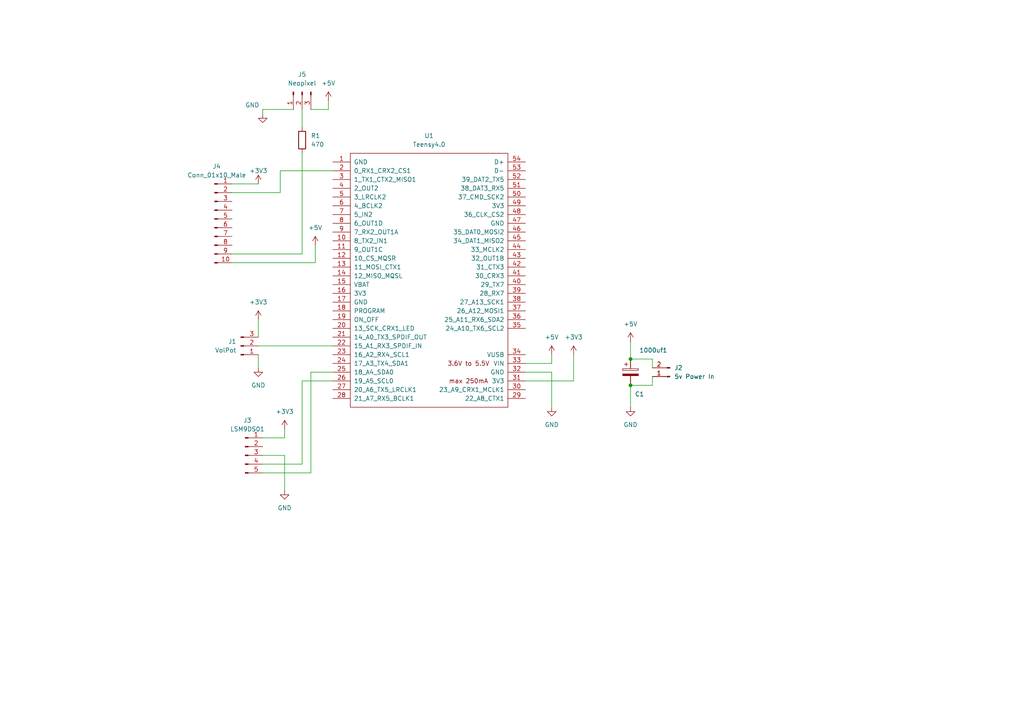
<source format=kicad_sch>
(kicad_sch (version 20211123) (generator eeschema)
  (paper "A4")
  (lib_symbols
    (symbol "Connector:Conn_01x02_Male" (pin_names (offset 1.016) hide)
      (property "Reference" "J" (at 0 2.54 0))
      (property "Value" "Conn_01x02_Male" (at 0 -5.08 0))
      (symbol "Conn_01x02_Male_1_1"
        (polyline (pts (xy 1.27 -2.54) (xy 0.8636 -2.54)) (stroke (width 0.1524)))
        (polyline (pts (xy 1.27 0) (xy 0.8636 0)) (stroke (width 0.1524)))
        (rectangle (start 0.8636 -2.413) (end 0 -2.667) (stroke (width 0.1524)) (fill (type outline)))
        (rectangle (start 0.8636 0.127) (end 0 -0.127) (stroke (width 0.1524)) (fill (type outline)))
        (pin passive line (at 5.08 0 180) (length 3.81) (name "Pin_1") (number "1"))
        (pin passive line (at 5.08 -2.54 180) (length 3.81) (name "Pin_2") (number "2"))
      )
    )
    (symbol "Connector:Conn_01x03_Male" (pin_names (offset 1.016) hide)
      (property "Reference" "J" (at 0 5.08 0))
      (property "Value" "Conn_01x03_Male" (at 0 -5.08 0))
      (symbol "Conn_01x03_Male_1_1"
        (polyline (pts (xy 1.27 -2.54) (xy 0.8636 -2.54)) (stroke (width 0.1524)))
        (polyline (pts (xy 1.27 0) (xy 0.8636 0)) (stroke (width 0.1524)))
        (polyline (pts (xy 1.27 2.54) (xy 0.8636 2.54)) (stroke (width 0.1524)))
        (rectangle (start 0.8636 -2.413) (end 0 -2.667) (stroke (width 0.1524)) (fill (type outline)))
        (rectangle (start 0.8636 0.127) (end 0 -0.127) (stroke (width 0.1524)) (fill (type outline)))
        (rectangle (start 0.8636 2.667) (end 0 2.413) (stroke (width 0.1524)) (fill (type outline)))
        (pin passive line (at 5.08 2.54 180) (length 3.81) (name "Pin_1") (number "1"))
        (pin passive line (at 5.08 0 180) (length 3.81) (name "Pin_2") (number "2"))
        (pin passive line (at 5.08 -2.54 180) (length 3.81) (name "Pin_3") (number "3"))
      )
    )
    (symbol "Connector:Conn_01x05_Male" (pin_names (offset 1.016) hide)
      (property "Reference" "J" (at 0 7.62 0))
      (property "Value" "Conn_01x05_Male" (at 0 -7.62 0))
      (symbol "Conn_01x05_Male_1_1"
        (polyline (pts (xy 1.27 -5.08) (xy 0.8636 -5.08)) (stroke (width 0.1524)))
        (polyline (pts (xy 1.27 -2.54) (xy 0.8636 -2.54)) (stroke (width 0.1524)))
        (polyline (pts (xy 1.27 0) (xy 0.8636 0)) (stroke (width 0.1524)))
        (polyline (pts (xy 1.27 2.54) (xy 0.8636 2.54)) (stroke (width 0.1524)))
        (polyline (pts (xy 1.27 5.08) (xy 0.8636 5.08)) (stroke (width 0.1524)))
        (rectangle (start 0.8636 -4.953) (end 0 -5.207) (stroke (width 0.1524)) (fill (type outline)))
        (rectangle (start 0.8636 -2.413) (end 0 -2.667) (stroke (width 0.1524)) (fill (type outline)))
        (rectangle (start 0.8636 0.127) (end 0 -0.127) (stroke (width 0.1524)) (fill (type outline)))
        (rectangle (start 0.8636 2.667) (end 0 2.413) (stroke (width 0.1524)) (fill (type outline)))
        (rectangle (start 0.8636 5.207) (end 0 4.953) (stroke (width 0.1524)) (fill (type outline)))
        (pin passive line (at 5.08 5.08 180) (length 3.81) (name "Pin_1") (number "1"))
        (pin passive line (at 5.08 2.54 180) (length 3.81) (name "Pin_2") (number "2"))
        (pin passive line (at 5.08 0 180) (length 3.81) (name "Pin_3") (number "3"))
        (pin passive line (at 5.08 -2.54 180) (length 3.81) (name "Pin_4") (number "4"))
        (pin passive line (at 5.08 -5.08 180) (length 3.81) (name "Pin_5") (number "5"))
      )
    )
    (symbol "Connector:Conn_01x10_Male" (pin_names (offset 1.016) hide)
      (property "Reference" "J" (at 0 12.7 0))
      (property "Value" "Conn_01x10_Male" (at 0 -15.24 0))
      (symbol "Conn_01x10_Male_1_1"
        (polyline (pts (xy 1.27 -12.7) (xy 0.8636 -12.7)) (stroke (width 0.1524)))
        (polyline (pts (xy 1.27 -10.16) (xy 0.8636 -10.16)) (stroke (width 0.1524)))
        (polyline (pts (xy 1.27 -7.62) (xy 0.8636 -7.62)) (stroke (width 0.1524)))
        (polyline (pts (xy 1.27 -5.08) (xy 0.8636 -5.08)) (stroke (width 0.1524)))
        (polyline (pts (xy 1.27 -2.54) (xy 0.8636 -2.54)) (stroke (width 0.1524)))
        (polyline (pts (xy 1.27 0) (xy 0.8636 0)) (stroke (width 0.1524)))
        (polyline (pts (xy 1.27 2.54) (xy 0.8636 2.54)) (stroke (width 0.1524)))
        (polyline (pts (xy 1.27 5.08) (xy 0.8636 5.08)) (stroke (width 0.1524)))
        (polyline (pts (xy 1.27 7.62) (xy 0.8636 7.62)) (stroke (width 0.1524)))
        (polyline (pts (xy 1.27 10.16) (xy 0.8636 10.16)) (stroke (width 0.1524)))
        (rectangle (start 0.8636 -12.573) (end 0 -12.827) (stroke (width 0.1524)) (fill (type outline)))
        (rectangle (start 0.8636 -10.033) (end 0 -10.287) (stroke (width 0.1524)) (fill (type outline)))
        (rectangle (start 0.8636 -7.493) (end 0 -7.747) (stroke (width 0.1524)) (fill (type outline)))
        (rectangle (start 0.8636 -4.953) (end 0 -5.207) (stroke (width 0.1524)) (fill (type outline)))
        (rectangle (start 0.8636 -2.413) (end 0 -2.667) (stroke (width 0.1524)) (fill (type outline)))
        (rectangle (start 0.8636 0.127) (end 0 -0.127) (stroke (width 0.1524)) (fill (type outline)))
        (rectangle (start 0.8636 2.667) (end 0 2.413) (stroke (width 0.1524)) (fill (type outline)))
        (rectangle (start 0.8636 5.207) (end 0 4.953) (stroke (width 0.1524)) (fill (type outline)))
        (rectangle (start 0.8636 7.747) (end 0 7.493) (stroke (width 0.1524)) (fill (type outline)))
        (rectangle (start 0.8636 10.287) (end 0 10.033) (stroke (width 0.1524)) (fill (type outline)))
        (pin passive line (at 5.08 10.16 180) (length 3.81) (name "Pin_1") (number "1"))
        (pin passive line (at 5.08 -12.7 180) (length 3.81) (name "Pin_10") (number "10"))
        (pin passive line (at 5.08 7.62 180) (length 3.81) (name "Pin_2") (number "2"))
        (pin passive line (at 5.08 5.08 180) (length 3.81) (name "Pin_3") (number "3"))
        (pin passive line (at 5.08 2.54 180) (length 3.81) (name "Pin_4") (number "4"))
        (pin passive line (at 5.08 0 180) (length 3.81) (name "Pin_5") (number "5"))
        (pin passive line (at 5.08 -2.54 180) (length 3.81) (name "Pin_6") (number "6"))
        (pin passive line (at 5.08 -5.08 180) (length 3.81) (name "Pin_7") (number "7"))
        (pin passive line (at 5.08 -7.62 180) (length 3.81) (name "Pin_8") (number "8"))
        (pin passive line (at 5.08 -10.16 180) (length 3.81) (name "Pin_9") (number "9"))
      )
    )
    (symbol "Device:C_Polarized" (pin_numbers hide) (pin_names (offset 0.254))
      (property "Reference" "C" (at 0.635 2.54 0))
      (property "Value" "C_Polarized" (at 0.635 -2.54 0))
      (symbol "C_Polarized_0_1"
        (rectangle (start -2.286 0.508) (end 2.286 1.016))
        (polyline (pts (xy -1.778 2.286) (xy -0.762 2.286)))
        (polyline (pts (xy -1.27 2.794) (xy -1.27 1.778)))
        (rectangle (start 2.286 -0.508) (end -2.286 -1.016) (fill (type outline)))
      )
      (symbol "C_Polarized_1_1"
        (pin passive line (at 0 3.81 270) (length 2.794) (name "~") (number "1"))
        (pin passive line (at 0 -3.81 90) (length 2.794) (name "~") (number "2"))
      )
    )
    (symbol "Device:R" (pin_numbers hide) (pin_names (offset 0))
      (property "Reference" "R" (at 2.032 0 90))
      (property "Value" "R" (at 0 0 90))
      (symbol "R_0_1"
        (rectangle (start -1.016 -2.54) (end 1.016 2.54) (stroke (width 0.254)))
      )
      (symbol "R_1_1"
        (pin passive line (at 0 3.81 270) (length 1.27) (name "~") (number "1"))
        (pin passive line (at 0 -3.81 90) (length 1.27) (name "~") (number "2"))
      )
    )
    (symbol "power:+3.3V" (power) (pin_names (offset 0))
      (property "Value" "+3.3V" (at 0 3.556 0))
      (symbol "+3.3V_0_1"
        (polyline (pts (xy -0.762 1.27) (xy 0 2.54)))
        (polyline (pts (xy 0 0) (xy 0 2.54)))
        (polyline (pts (xy 0 2.54) (xy 0.762 1.27)))
      )
      (symbol "+3.3V_1_1"
        (pin power_in line (at 0 0 90) (length 0) hide (name "+3V3") (number "1"))
      )
    )
    (symbol "power:+5V" (power) (pin_names (offset 0))
      (property "Value" "+5V" (at 0 3.556 0))
      (symbol "+5V_0_1"
        (polyline (pts (xy -0.762 1.27) (xy 0 2.54)))
        (polyline (pts (xy 0 0) (xy 0 2.54)))
        (polyline (pts (xy 0 2.54) (xy 0.762 1.27)))
      )
      (symbol "+5V_1_1"
        (pin power_in line (at 0 0 90) (length 0) hide (name "+5V") (number "1"))
      )
    )
    (symbol "power:GND" (power) (pin_names (offset 0))
      (property "Value" "GND" (at 0 -3.81 0))
      (symbol "GND_0_1"
        (polyline (pts (xy 0 0) (xy 0 -1.27) (xy 1.27 -1.27) (xy 0 -2.54) (xy -1.27 -1.27) (xy 0 -1.27)))
      )
      (symbol "GND_1_1"
        (pin power_in line (at 0 0 270) (length 0) hide (name "GND") (number "1"))
      )
    )
    (symbol "teensy:Teensy4.0" (pin_names (offset 1.016))
      (property "Reference" "U" (at 0 39.37 0))
      (property "Value" "Teensy4.0" (at 0 -39.37 0))
      (symbol "Teensy4.0_0_0"
        (text "3.6V to 5.5V" (at 11.43 -24.13 0) (effects (font (size 1.27 1.27))))
        (text "max 250mA" (at 11.43 -29.21 0) (effects (font (size 1.27 1.27))))
        (pin bidirectional line (at -27.94 11.43 0) (length 5.08) (name "8_TX2_IN1") (number "10"))
        (pin bidirectional line (at -27.94 8.89 0) (length 5.08) (name "9_OUT1C") (number "11"))
        (pin bidirectional line (at -27.94 6.35 0) (length 5.08) (name "10_CS_MQSR") (number "12"))
        (pin bidirectional line (at -27.94 3.81 0) (length 5.08) (name "11_MOSI_CTX1") (number "13"))
        (pin bidirectional line (at -27.94 1.27 0) (length 5.08) (name "12_MISO_MQSL") (number "14"))
        (pin power_in line (at -27.94 -1.27 0) (length 5.08) (name "VBAT") (number "15"))
        (pin power_in line (at -27.94 -3.81 0) (length 5.08) (name "3V3") (number "16"))
        (pin power_in line (at -27.94 -6.35 0) (length 5.08) (name "GND") (number "17"))
        (pin input line (at -27.94 -8.89 0) (length 5.08) (name "PROGRAM") (number "18"))
        (pin input line (at -27.94 -11.43 0) (length 5.08) (name "ON_OFF") (number "19"))
        (pin bidirectional line (at -27.94 -13.97 0) (length 5.08) (name "13_SCK_CRX1_LED") (number "20"))
        (pin bidirectional line (at -27.94 -16.51 0) (length 5.08) (name "14_A0_TX3_SPDIF_OUT") (number "21"))
        (pin bidirectional line (at -27.94 -19.05 0) (length 5.08) (name "15_A1_RX3_SPDIF_IN") (number "22"))
        (pin bidirectional line (at -27.94 -21.59 0) (length 5.08) (name "16_A2_RX4_SCL1") (number "23"))
        (pin bidirectional line (at -27.94 -24.13 0) (length 5.08) (name "17_A3_TX4_SDA1") (number "24"))
        (pin bidirectional line (at -27.94 -26.67 0) (length 5.08) (name "18_A4_SDA0") (number "25"))
        (pin bidirectional line (at -27.94 -29.21 0) (length 5.08) (name "19_A5_SCL0") (number "26"))
        (pin bidirectional line (at -27.94 -31.75 0) (length 5.08) (name "20_A6_TX5_LRCLK1") (number "27"))
        (pin bidirectional line (at -27.94 -34.29 0) (length 5.08) (name "21_A7_RX5_BCLK1") (number "28"))
        (pin bidirectional line (at 27.94 -34.29 180) (length 5.08) (name "22_A8_CTX1") (number "29"))
        (pin bidirectional line (at 27.94 -31.75 180) (length 5.08) (name "23_A9_CRX1_MCLK1") (number "30"))
        (pin power_out line (at 27.94 -29.21 180) (length 5.08) (name "3V3") (number "31"))
        (pin power_in line (at 27.94 -26.67 180) (length 5.08) (name "GND") (number "32"))
        (pin power_in line (at 27.94 -24.13 180) (length 5.08) (name "VIN") (number "33"))
        (pin power_out line (at 27.94 -21.59 180) (length 5.08) (name "VUSB") (number "34"))
        (pin bidirectional line (at 27.94 -13.97 180) (length 5.08) (name "24_A10_TX6_SCL2") (number "35"))
        (pin bidirectional line (at 27.94 -11.43 180) (length 5.08) (name "25_A11_RX6_SDA2") (number "36"))
        (pin bidirectional line (at 27.94 -8.89 180) (length 5.08) (name "26_A12_MOSI1") (number "37"))
        (pin bidirectional line (at 27.94 -6.35 180) (length 5.08) (name "27_A13_SCK1") (number "38"))
        (pin bidirectional line (at 27.94 -3.81 180) (length 5.08) (name "28_RX7") (number "39"))
        (pin bidirectional line (at 27.94 -1.27 180) (length 5.08) (name "29_TX7") (number "40"))
        (pin bidirectional line (at 27.94 1.27 180) (length 5.08) (name "30_CRX3") (number "41"))
        (pin bidirectional line (at 27.94 3.81 180) (length 5.08) (name "31_CTX3") (number "42"))
        (pin bidirectional line (at 27.94 6.35 180) (length 5.08) (name "32_OUT1B") (number "43"))
        (pin bidirectional line (at 27.94 8.89 180) (length 5.08) (name "33_MCLK2") (number "44"))
        (pin bidirectional line (at 27.94 11.43 180) (length 5.08) (name "34_DAT1_MISO2") (number "45"))
        (pin bidirectional line (at 27.94 13.97 180) (length 5.08) (name "35_DAT0_MOSI2") (number "46"))
        (pin power_out line (at 27.94 16.51 180) (length 5.08) (name "GND") (number "47"))
        (pin bidirectional line (at 27.94 19.05 180) (length 5.08) (name "36_CLK_CS2") (number "48"))
        (pin power_out line (at 27.94 21.59 180) (length 5.08) (name "3V3") (number "49"))
        (pin bidirectional line (at -27.94 24.13 0) (length 5.08) (name "3_LRCLK2") (number "5"))
        (pin bidirectional line (at 27.94 24.13 180) (length 5.08) (name "37_CMD_SCK2") (number "50"))
        (pin bidirectional line (at 27.94 26.67 180) (length 5.08) (name "38_DAT3_RX5") (number "51"))
        (pin bidirectional line (at 27.94 29.21 180) (length 5.08) (name "39_DAT2_TX5") (number "52"))
        (pin bidirectional line (at 27.94 31.75 180) (length 5.08) (name "D-") (number "53"))
        (pin bidirectional line (at 27.94 34.29 180) (length 5.08) (name "D+") (number "54"))
        (pin bidirectional line (at -27.94 21.59 0) (length 5.08) (name "4_BCLK2") (number "6"))
        (pin bidirectional line (at -27.94 19.05 0) (length 5.08) (name "5_IN2") (number "7"))
        (pin bidirectional line (at -27.94 16.51 0) (length 5.08) (name "6_OUT1D") (number "8"))
        (pin bidirectional line (at -27.94 13.97 0) (length 5.08) (name "7_RX2_OUT1A") (number "9"))
      )
      (symbol "Teensy4.0_0_1"
        (rectangle (start -22.86 36.83) (end 22.86 -36.83))
        (rectangle (start -20.32 -31.75) (end -20.32 -31.75))
      )
      (symbol "Teensy4.0_1_1"
        (pin power_in line (at -27.94 34.29 0) (length 5.08) (name "GND") (number "1"))
        (pin bidirectional line (at -27.94 31.75 0) (length 5.08) (name "0_RX1_CRX2_CS1") (number "2"))
        (pin bidirectional line (at -27.94 29.21 0) (length 5.08) (name "1_TX1_CTX2_MISO1") (number "3"))
        (pin bidirectional line (at -27.94 26.67 0) (length 5.08) (name "2_OUT2") (number "4"))
      )
    )
  )
  (junction (at 182.88 111.76))
  (junction (at 182.88 104.14))
  (wire (pts (xy 87.63 134.62) (xy 87.63 110.49)))
  (wire (pts (xy 91.44 76.2) (xy 67.31 76.2)))
  (wire (pts (xy 87.63 31.75) (xy 87.63 36.83)))
  (wire (pts (xy 152.4 107.95) (xy 160.02 107.95)))
  (wire (pts (xy 87.63 73.66) (xy 67.31 73.66)))
  (wire (pts (xy 182.88 99.06) (xy 182.88 104.14)))
  (wire (pts (xy 96.52 49.53) (xy 81.28 49.53)))
  (wire (pts (xy 152.4 105.41) (xy 160.02 105.41)))
  (wire (pts (xy 67.31 55.88) (xy 81.28 55.88)))
  (wire (pts (xy 76.2 134.62) (xy 87.63 134.62)))
  (wire (pts (xy 82.55 124.46) (xy 82.55 127)))
  (wire (pts (xy 85.09 31.75) (xy 76.2 31.75)))
  (wire (pts (xy 81.28 49.53) (xy 81.28 55.88)))
  (wire (pts (xy 182.88 111.76) (xy 189.23 111.76)))
  (wire (pts (xy 152.4 110.49) (xy 166.37 110.49)))
  (wire (pts (xy 74.93 100.33) (xy 96.52 100.33)))
  (wire (pts (xy 90.17 107.95) (xy 96.52 107.95)))
  (wire (pts (xy 87.63 44.45) (xy 87.63 73.66)))
  (wire (pts (xy 74.93 102.87) (xy 74.93 106.68)))
  (wire (pts (xy 182.88 111.76) (xy 182.88 118.11)))
  (wire (pts (xy 67.31 53.34) (xy 74.93 53.34)))
  (wire (pts (xy 74.93 92.71) (xy 74.93 97.79)))
  (wire (pts (xy 76.2 31.75) (xy 76.2 33.02)))
  (wire (pts (xy 166.37 102.87) (xy 166.37 110.49)))
  (wire (pts (xy 87.63 110.49) (xy 96.52 110.49)))
  (wire (pts (xy 90.17 137.16) (xy 90.17 107.95)))
  (wire (pts (xy 182.88 104.14) (xy 189.23 104.14)))
  (wire (pts (xy 91.44 71.12) (xy 91.44 76.2)))
  (wire (pts (xy 90.17 31.75) (xy 95.25 31.75)))
  (wire (pts (xy 95.25 29.21) (xy 95.25 31.75)))
  (wire (pts (xy 76.2 127) (xy 82.55 127)))
  (wire (pts (xy 82.55 132.08) (xy 82.55 142.24)))
  (wire (pts (xy 76.2 132.08) (xy 82.55 132.08)))
  (wire (pts (xy 189.23 106.68) (xy 189.23 104.14)))
  (wire (pts (xy 160.02 107.95) (xy 160.02 118.11)))
  (wire (pts (xy 76.2 137.16) (xy 90.17 137.16)))
  (wire (pts (xy 189.23 109.22) (xy 189.23 111.76)))
  (wire (pts (xy 160.02 105.41) (xy 160.02 102.87)))
  (symbol (lib_id "power:+5V") (at 95.25 29.21 0) (unit 1)
    (property "Reference" "#PWR0110" (effects hide))
    (property "Value" "+5V" (at 95.25 24.13 0))
  )
  (symbol (lib_id "Connector:Conn_01x03_Male") (at 87.63 26.67 90) (mirror x) (unit 1)
    (property "Reference" "J5" (at 87.63 21.59 90))
    (property "Value" "Neopixel" (at 87.63 24.13 90))
    (property "Footprint" "Connector_Molex:Molex_KK-254_AE-6410-03A_1x03_P2.54mm_Vertical" (effects hide))
  )
  (symbol (lib_id "Connector:Conn_01x10_Male") (at 62.23 63.5 0) (unit 1)
    (property "Reference" "J4" (at 62.865 48.26 0))
    (property "Value" "Conn_01x10_Male" (at 62.865 50.8 0))
    (property "Footprint" "Button_Switch_THT:SW_DIP_SPSTx05_Piano_10.8x14.26mm_W7.62mm_P2.54mm" (effects hide))
  )
  (symbol (lib_id "Device:R") (at 87.63 40.64 0) (unit 1)
    (property "Reference" "R1" (at 90.17 39.3699 0) (effects (justify left)))
    (property "Value" "470" (at 90.17 41.9099 0) (effects (justify left)))
    (property "Footprint" "Resistor_THT:R_Axial_DIN0204_L3.6mm_D1.6mm_P7.62mm_Horizontal" (effects hide))
  )
  (symbol (lib_id "power:GND") (at 76.2 33.02 0) (unit 1)
    (property "Reference" "#PWR0113" (effects hide))
    (property "Value" "GND" (at 71.12 30.48 0) (effects (justify left)))
  )
  (symbol (lib_id "power:+3.3V") (at 74.93 53.34 0) (unit 1)
    (property "Reference" "#PWR0112" (effects hide))
    (property "Value" "+3.3V" (at 74.93 49.53 0))
  )
  (symbol (lib_id "power:+3.3V") (at 166.37 102.87 0) (unit 1)
    (property "Reference" "#PWR0105" (effects hide))
    (property "Value" "+3.3V" (at 166.37 97.79 0))
  )
  (symbol (lib_id "power:+3.3V") (at 82.55 124.46 0) (unit 1)
    (property "Reference" "#PWR0108" (effects hide))
    (property "Value" "+3.3V" (at 82.55 119.38 0))
  )
  (symbol (lib_id "power:GND") (at 74.93 106.68 0) (unit 1)
    (property "Reference" "#PWR0107" (effects hide))
    (property "Value" "GND" (at 74.93 111.76 0))
  )
  (symbol (lib_id "power:GND") (at 160.02 118.11 0) (unit 1)
    (property "Reference" "#PWR0104" (effects hide))
    (property "Value" "GND" (at 160.02 123.19 0))
  )
  (symbol (lib_id "Connector:Conn_01x02_Male") (at 194.31 109.22 180) (unit 1)
    (property "Reference" "J2" (at 195.58 106.6799 0) (effects (justify right)))
    (property "Value" "5v Power In" (at 195.58 109.2199 0) (effects (justify right)))
    (property "Footprint" "Connector_Molex:Molex_KK-254_AE-6410-02A_1x02_P2.54mm_Vertical" (effects hide))
  )
  (symbol (lib_id "power:+5V") (at 182.88 99.06 0) (unit 1)
    (property "Reference" "#PWR0101" (effects hide))
    (property "Value" "+5V" (at 182.88 93.98 0))
  )
  (symbol (lib_id "Connector:Conn_01x05_Male") (at 71.12 132.08 0) (unit 1)
    (property "Reference" "J3" (at 71.755 121.92 0))
    (property "Value" "LSM9DS01" (at 71.755 124.46 0))
    (property "Footprint" "Connector_Molex:Molex_KK-254_AE-6410-05A_1x05_P2.54mm_Vertical" (effects hide))
  )
  (symbol (lib_id "power:GND") (at 182.88 118.11 0) (unit 1)
    (property "Reference" "#PWR0102" (effects hide))
    (property "Value" "GND" (at 182.88 123.19 0))
  )
  (symbol (lib_id "power:GND") (at 82.55 142.24 0) (unit 1)
    (property "Reference" "#PWR0109" (effects hide))
    (property "Value" "GND" (at 82.55 147.32 0))
  )
  (symbol (lib_id "power:+5V") (at 160.02 102.87 0) (unit 1)
    (property "Reference" "#PWR0103" (effects hide))
    (property "Value" "+5V" (at 160.02 97.79 0))
  )
  (symbol (lib_id "Device:C_Polarized") (at 182.88 107.95 0) (unit 1)
    (property "Reference" "1000uf1" (at 185.42 101.6 0) (effects (justify left)))
    (property "Value" "C1" (at 184.15 114.3 0) (effects (justify left)))
    (property "Footprint" "Capacitor_THT:CP_Radial_D10.0mm_P7.50mm" (effects hide))
  )
  (symbol (lib_id "power:+3.3V") (at 74.93 92.71 0) (unit 1)
    (property "Reference" "#PWR0106" (effects hide))
    (property "Value" "+3.3V" (at 74.93 87.63 0))
  )
  (symbol (lib_id "Connector:Conn_01x03_Male") (at 69.85 100.33 0) (mirror x) (unit 1)
    (property "Reference" "J1" (at 68.58 99.0599 0) (effects (justify right)))
    (property "Value" "VolPot" (at 68.58 101.5999 0) (effects (justify right)))
    (property "Footprint" "Connector_Molex:Molex_KK-254_AE-6410-03A_1x03_P2.54mm_Vertical" (effects hide))
  )
  (symbol (lib_id "teensy:Teensy4.0") (at 124.46 81.28 0) (unit 1)
    (property "Reference" "U1" (at 124.46 39.37 0))
    (property "Value" "Teensy4.0" (at 124.46 41.91 0))
    (property "Footprint" "teensy:Teensy40" (effects hide))
  )
  (symbol (lib_id "power:+5V") (at 91.44 71.12 0) (unit 1)
    (property "Reference" "#PWR0111" (effects hide))
    (property "Value" "+5V" (at 91.44 66.04 0))
  )
)
</source>
